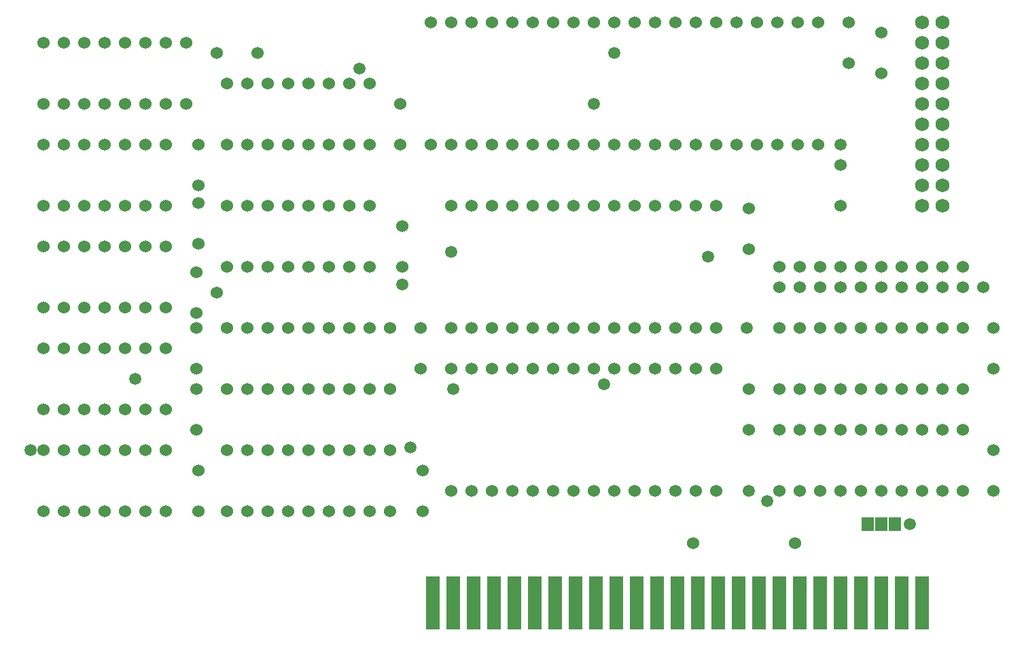
<source format=gbr>
G04 EAGLE Gerber RS-274X export*
G75*
%MOMM*%
%FSLAX34Y34*%
%LPD*%
%INSoldermask Top*%
%IPPOS*%
%AMOC8*
5,1,8,0,0,1.08239X$1,22.5*%
G01*
%ADD10R,1.727200X6.680200*%
%ADD11C,1.524000*%
%ADD12R,1.503200X1.703200*%
%ADD13C,1.727200*%
%ADD14C,1.511200*%


D10*
X520700Y44577D03*
X546100Y44577D03*
X571500Y44577D03*
X596900Y44577D03*
X622300Y44577D03*
X647700Y44577D03*
X673100Y44577D03*
X698500Y44577D03*
X723900Y44577D03*
X749300Y44577D03*
X774700Y44577D03*
X800100Y44577D03*
X825500Y44577D03*
X850900Y44577D03*
X876300Y44577D03*
X901700Y44577D03*
X927100Y44577D03*
X952500Y44577D03*
X977900Y44577D03*
X1003300Y44577D03*
X1028700Y44577D03*
X1054100Y44577D03*
X1079500Y44577D03*
X1104900Y44577D03*
X1130300Y44577D03*
D11*
X228600Y565150D03*
X228600Y615950D03*
X1219200Y336550D03*
X1219200Y387350D03*
X1219200Y184150D03*
X1219200Y234950D03*
X228600Y158750D03*
X228600Y209550D03*
X479425Y615950D03*
X479425Y666750D03*
X482600Y463550D03*
X482600Y514350D03*
X504825Y336550D03*
X504825Y387350D03*
X508000Y158750D03*
X508000Y209550D03*
X914400Y536575D03*
X914400Y485775D03*
X914400Y260350D03*
X914400Y311150D03*
X1038225Y717550D03*
X1038225Y768350D03*
X1000125Y768350D03*
X974725Y768350D03*
X847725Y768350D03*
X822325Y768350D03*
X949325Y768350D03*
X923925Y768350D03*
X873125Y768350D03*
X898525Y768350D03*
X796925Y768350D03*
X771525Y768350D03*
X746125Y768350D03*
X720725Y768350D03*
X695325Y768350D03*
X669925Y768350D03*
X644525Y768350D03*
X619125Y768350D03*
X593725Y768350D03*
X568325Y768350D03*
X542925Y768350D03*
X517525Y768350D03*
X517525Y615950D03*
X542925Y615950D03*
X568325Y615950D03*
X593725Y615950D03*
X619125Y615950D03*
X644525Y615950D03*
X669925Y615950D03*
X695325Y615950D03*
X720725Y615950D03*
X746125Y615950D03*
X771525Y615950D03*
X796925Y615950D03*
X822325Y615950D03*
X847725Y615950D03*
X873125Y615950D03*
X898525Y615950D03*
X923925Y615950D03*
X949325Y615950D03*
X974725Y615950D03*
X1000125Y615950D03*
X441325Y692150D03*
X415925Y692150D03*
X288925Y692150D03*
X263525Y692150D03*
X390525Y692150D03*
X365125Y692150D03*
X314325Y692150D03*
X339725Y692150D03*
X263525Y615950D03*
X288925Y615950D03*
X314325Y615950D03*
X339725Y615950D03*
X365125Y615950D03*
X390525Y615950D03*
X415925Y615950D03*
X441325Y615950D03*
X1181100Y387350D03*
X1155700Y387350D03*
X1028700Y387350D03*
X1003300Y387350D03*
X1130300Y387350D03*
X1104900Y387350D03*
X1054100Y387350D03*
X1079500Y387350D03*
X977900Y387350D03*
X952500Y387350D03*
X952500Y311150D03*
X977900Y311150D03*
X1003300Y311150D03*
X1028700Y311150D03*
X1054100Y311150D03*
X1079500Y311150D03*
X1104900Y311150D03*
X1130300Y311150D03*
X1155700Y311150D03*
X1181100Y311150D03*
X1181100Y260350D03*
X1155700Y260350D03*
X1028700Y260350D03*
X1003300Y260350D03*
X1130300Y260350D03*
X1104900Y260350D03*
X1054100Y260350D03*
X1079500Y260350D03*
X977900Y260350D03*
X952500Y260350D03*
X952500Y184150D03*
X977900Y184150D03*
X1003300Y184150D03*
X1028700Y184150D03*
X1054100Y184150D03*
X1079500Y184150D03*
X1104900Y184150D03*
X1130300Y184150D03*
X1155700Y184150D03*
X1181100Y184150D03*
X263525Y311150D03*
X288925Y311150D03*
X415925Y311150D03*
X441325Y311150D03*
X314325Y311150D03*
X339725Y311150D03*
X390525Y311150D03*
X365125Y311150D03*
X466725Y311150D03*
X466725Y387350D03*
X441325Y387350D03*
X415925Y387350D03*
X390525Y387350D03*
X365125Y387350D03*
X339725Y387350D03*
X314325Y387350D03*
X288925Y387350D03*
X263525Y387350D03*
X263525Y158750D03*
X288925Y158750D03*
X415925Y158750D03*
X441325Y158750D03*
X314325Y158750D03*
X339725Y158750D03*
X390525Y158750D03*
X365125Y158750D03*
X466725Y158750D03*
X466725Y234950D03*
X441325Y234950D03*
X415925Y234950D03*
X390525Y234950D03*
X365125Y234950D03*
X339725Y234950D03*
X314325Y234950D03*
X288925Y234950D03*
X263525Y234950D03*
X873125Y336550D03*
X847725Y336550D03*
X720725Y336550D03*
X695325Y336550D03*
X822325Y336550D03*
X796925Y336550D03*
X746125Y336550D03*
X771525Y336550D03*
X669925Y336550D03*
X644525Y336550D03*
X619125Y336550D03*
X593725Y336550D03*
X568325Y336550D03*
X542925Y336550D03*
X542925Y184150D03*
X568325Y184150D03*
X593725Y184150D03*
X619125Y184150D03*
X644525Y184150D03*
X669925Y184150D03*
X695325Y184150D03*
X720725Y184150D03*
X746125Y184150D03*
X771525Y184150D03*
X796925Y184150D03*
X822325Y184150D03*
X847725Y184150D03*
X873125Y184150D03*
X873125Y539750D03*
X847725Y539750D03*
X720725Y539750D03*
X695325Y539750D03*
X822325Y539750D03*
X796925Y539750D03*
X746125Y539750D03*
X771525Y539750D03*
X669925Y539750D03*
X644525Y539750D03*
X619125Y539750D03*
X593725Y539750D03*
X568325Y539750D03*
X542925Y539750D03*
X542925Y387350D03*
X568325Y387350D03*
X593725Y387350D03*
X619125Y387350D03*
X644525Y387350D03*
X669925Y387350D03*
X695325Y387350D03*
X720725Y387350D03*
X746125Y387350D03*
X771525Y387350D03*
X796925Y387350D03*
X822325Y387350D03*
X847725Y387350D03*
X873125Y387350D03*
X187325Y234950D03*
X161925Y234950D03*
X34925Y234950D03*
X34925Y158750D03*
X136525Y234950D03*
X111125Y234950D03*
X60325Y234950D03*
X85725Y234950D03*
X60325Y158750D03*
X85725Y158750D03*
X111125Y158750D03*
X136525Y158750D03*
X161925Y158750D03*
X187325Y158750D03*
X187325Y361950D03*
X161925Y361950D03*
X34925Y361950D03*
X34925Y285750D03*
X136525Y361950D03*
X111125Y361950D03*
X60325Y361950D03*
X85725Y361950D03*
X60325Y285750D03*
X85725Y285750D03*
X111125Y285750D03*
X136525Y285750D03*
X161925Y285750D03*
X187325Y285750D03*
X187325Y615950D03*
X161925Y615950D03*
X34925Y615950D03*
X34925Y539750D03*
X136525Y615950D03*
X111125Y615950D03*
X60325Y615950D03*
X85725Y615950D03*
X60325Y539750D03*
X85725Y539750D03*
X111125Y539750D03*
X136525Y539750D03*
X161925Y539750D03*
X187325Y539750D03*
X187325Y488950D03*
X161925Y488950D03*
X34925Y488950D03*
X34925Y412750D03*
X136525Y488950D03*
X111125Y488950D03*
X60325Y488950D03*
X85725Y488950D03*
X60325Y412750D03*
X85725Y412750D03*
X111125Y412750D03*
X136525Y412750D03*
X161925Y412750D03*
X187325Y412750D03*
X212725Y742950D03*
X187325Y742950D03*
X60325Y742950D03*
X34925Y742950D03*
X161925Y742950D03*
X136525Y742950D03*
X85725Y742950D03*
X111125Y742950D03*
X34925Y666750D03*
X60325Y666750D03*
X85725Y666750D03*
X111125Y666750D03*
X136525Y666750D03*
X161925Y666750D03*
X187325Y666750D03*
X212725Y666750D03*
X441325Y539750D03*
X415925Y539750D03*
X288925Y539750D03*
X263525Y539750D03*
X390525Y539750D03*
X365125Y539750D03*
X314325Y539750D03*
X339725Y539750D03*
X263525Y463550D03*
X288925Y463550D03*
X314325Y463550D03*
X339725Y463550D03*
X365125Y463550D03*
X390525Y463550D03*
X415925Y463550D03*
X441325Y463550D03*
D12*
X1062500Y142875D03*
X1079500Y142875D03*
X1096500Y142875D03*
D13*
X1130300Y768350D03*
X1130300Y742950D03*
X1130300Y717550D03*
X1130300Y692150D03*
X1130300Y666750D03*
X1130300Y641350D03*
X1155700Y768350D03*
X1155700Y742950D03*
X1155700Y717550D03*
X1155700Y692150D03*
X1155700Y666750D03*
X1155700Y641350D03*
X1130300Y615950D03*
X1130300Y590550D03*
X1155700Y615950D03*
X1155700Y590550D03*
X1130300Y565150D03*
X1155700Y565150D03*
X1130300Y539750D03*
X1155700Y539750D03*
D11*
X250825Y730250D03*
X301625Y730250D03*
X1003300Y438150D03*
X1003300Y463550D03*
X1028700Y438150D03*
X1028700Y463550D03*
X1054100Y438150D03*
X1054100Y463550D03*
X1079500Y438150D03*
X1079500Y463550D03*
X1104900Y438150D03*
X1104900Y463550D03*
X1130300Y438150D03*
X1130300Y463550D03*
X1155700Y438150D03*
X1155700Y463550D03*
X1181100Y438150D03*
X1181100Y463550D03*
X228600Y492125D03*
X228600Y542925D03*
X225425Y336550D03*
X225425Y387350D03*
X225425Y311150D03*
X225425Y260350D03*
X1079500Y704850D03*
X1079500Y755650D03*
X1028700Y539750D03*
X1028700Y590550D03*
X844550Y119063D03*
X971550Y119063D03*
X952500Y438150D03*
X952500Y463550D03*
X977900Y438150D03*
X977900Y463550D03*
X1206500Y438150D03*
X1181100Y438150D03*
X1155700Y438150D03*
X1130300Y438150D03*
X1104900Y438150D03*
X1079500Y438150D03*
X1054100Y438150D03*
X1028700Y438150D03*
X1003300Y438150D03*
X977900Y438150D03*
X952500Y438150D03*
X225425Y406400D03*
X225425Y457200D03*
X250825Y431800D03*
D14*
X1028700Y615950D03*
X914400Y184150D03*
X746125Y730250D03*
X863600Y476250D03*
X482600Y441325D03*
X492125Y238125D03*
X911225Y387350D03*
X720725Y666750D03*
X936625Y171450D03*
X733425Y317500D03*
X546100Y311150D03*
X149225Y323850D03*
X19050Y234950D03*
X428625Y711200D03*
X542925Y482600D03*
X1114425Y142875D03*
M02*

</source>
